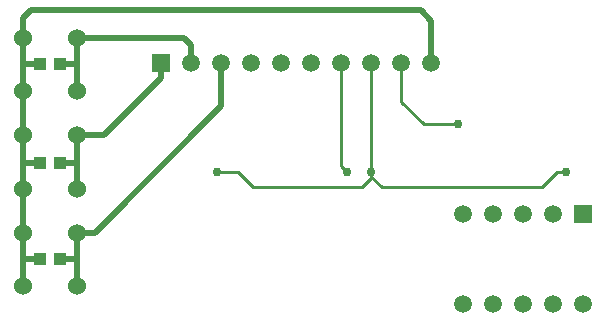
<source format=gbl>
G04*
G04 #@! TF.GenerationSoftware,Altium Limited,Altium Designer,24.5.2 (23)*
G04*
G04 Layer_Physical_Order=2*
G04 Layer_Color=16711680*
%FSLAX25Y25*%
%MOIN*%
G70*
G04*
G04 #@! TF.SameCoordinates,1E1250FC-479B-4AD5-BC39-25AF0FE23E56*
G04*
G04*
G04 #@! TF.FilePolarity,Positive*
G04*
G01*
G75*
%ADD13C,0.01000*%
%ADD23C,0.05906*%
%ADD24R,0.05906X0.05906*%
%ADD25C,0.06000*%
%ADD26R,0.05906X0.05906*%
%ADD27C,0.03000*%
%ADD28R,0.04331X0.03937*%
%ADD29C,0.02000*%
D13*
X174500Y88000D02*
Y101000D01*
Y88000D02*
X182000Y80500D01*
X193500D01*
X164500Y64500D02*
Y101000D01*
X154500Y66500D02*
Y101000D01*
Y66500D02*
X156500Y64500D01*
X226500D02*
X229500D01*
X113000D02*
X120000D01*
X161500Y59500D02*
X164500Y62500D01*
Y63000D02*
Y64500D01*
Y63000D02*
X168000Y59500D01*
X164500Y62500D02*
Y63000D01*
X120000Y64500D02*
X125000Y59500D01*
X161500D01*
X221500D02*
X226500Y64500D01*
X168000Y59500D02*
X221500D01*
D23*
X195000Y20500D02*
D03*
X205000D02*
D03*
X215000D02*
D03*
X225000D02*
D03*
X235000D02*
D03*
X195000Y50500D02*
D03*
X205000D02*
D03*
X215000D02*
D03*
X225000D02*
D03*
X104500Y101000D02*
D03*
X124500D02*
D03*
X134500D02*
D03*
X144500D02*
D03*
X154500D02*
D03*
X164500D02*
D03*
X174500D02*
D03*
X184500D02*
D03*
X114500D02*
D03*
D24*
X235000Y50500D02*
D03*
D25*
X48642Y109358D02*
D03*
X66358D02*
D03*
X48642Y91642D02*
D03*
X66358D02*
D03*
X48642Y76858D02*
D03*
X66358D02*
D03*
X48642Y59142D02*
D03*
X66358D02*
D03*
X48642Y44358D02*
D03*
X66358D02*
D03*
X48642Y26642D02*
D03*
X66358D02*
D03*
D26*
X94500Y101000D02*
D03*
D27*
X229500Y64500D02*
D03*
X193500Y80500D02*
D03*
X164500Y64500D02*
D03*
X156500D02*
D03*
X113000D02*
D03*
D28*
X60847Y35500D02*
D03*
X54154D02*
D03*
X60847Y100500D02*
D03*
X54154D02*
D03*
X60847Y67500D02*
D03*
X54154D02*
D03*
D29*
X94500Y96000D02*
Y101000D01*
X66358Y76858D02*
X75358D01*
X94500Y96000D01*
X66358Y44358D02*
X72358D01*
X114500Y86500D02*
Y101000D01*
X72358Y44358D02*
X114500Y86500D01*
X51000Y118500D02*
X181000D01*
X48642Y116142D02*
X51000Y118500D01*
X181000D02*
X184500Y115000D01*
Y101000D02*
Y115000D01*
X48642Y109358D02*
Y116142D01*
X60847Y67500D02*
X65858D01*
X66358Y67000D01*
X60847Y35500D02*
X66358D01*
Y26642D02*
Y35500D01*
Y44358D01*
X48642Y35500D02*
X54154D01*
X48642Y67500D02*
X54154D01*
X48642Y59142D02*
Y67500D01*
Y76858D01*
X66358Y59142D02*
Y67000D01*
X48642Y35500D02*
Y44358D01*
Y91642D02*
Y100500D01*
X54154D01*
X48642D02*
Y109358D01*
X60847Y100500D02*
X66358D01*
Y91642D02*
Y100500D01*
Y109358D01*
X102142D01*
X104500Y107000D01*
Y101000D02*
Y107000D01*
X66358Y67000D02*
Y76858D01*
X48642D02*
Y91642D01*
Y26642D02*
Y35500D01*
Y44358D02*
Y59142D01*
M02*

</source>
